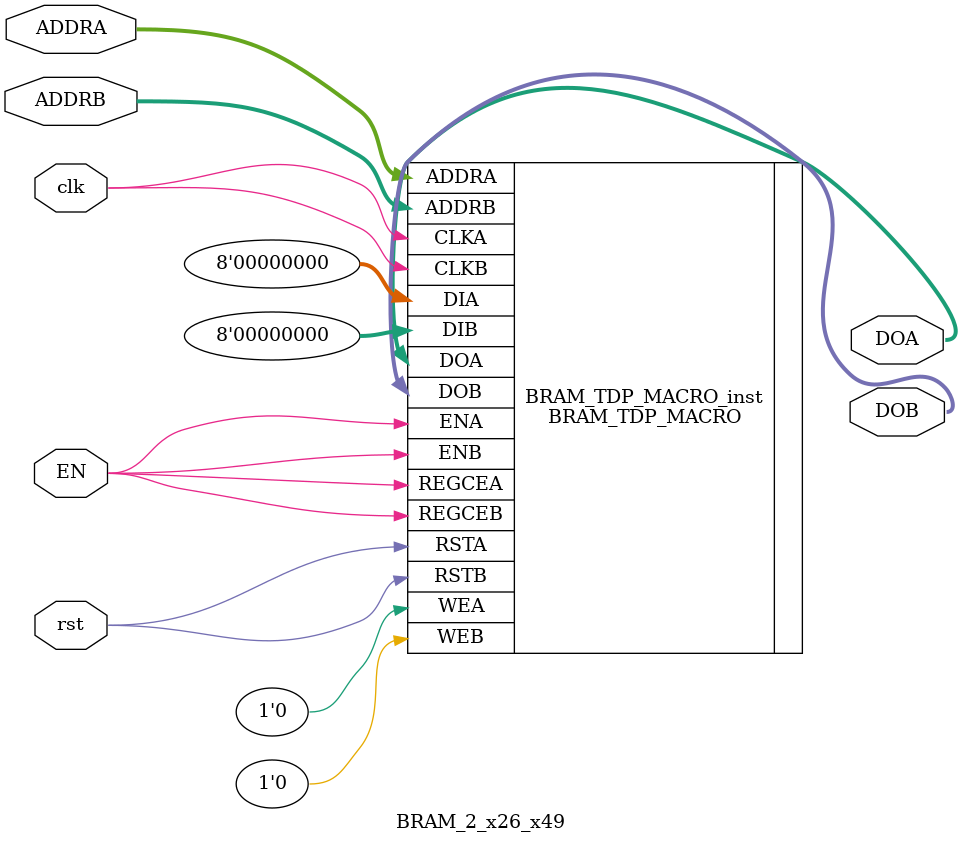
<source format=v>

module BRAM_2_x26_x49(
    input [9:0] ADDRA,
    input [9:0] ADDRB,
    input clk,
    input rst, input EN,
    output [7:0] DOA,
    output [7:0] DOB
    );



// Spartan-6
// Xilinx HDL Libraries Guide, version 14.7
//////////////////////////////////////////////////////////////////////////
// DATA_WIDTH_A/B | BRAM_SIZE | RAM Depth | ADDRA/B Width | WEA/B Width //
// ===============|===========|===========|===============|=============//
// 19-36 | "18Kb" | 512 | 9-bit | 4-bit //
// 10-18 | "18Kb" | 1024 | 10-bit | 2-bit //
// 10-18 | "9Kb" | 512 | 9-bit | 2-bit //
// 5-9 | "18Kb" | 2048 | 11-bit | 1-bit //
// 5-9 | "9Kb" | 1024 | 10-bit | 1-bit //
// 3-4 | "18Kb" | 4096 | 12-bit | 1-bit //
// 3-4 | "9Kb" | 2048 | 11-bit | 1-bit //
// 2 | "18Kb" | 8192 | 13-bit | 1-bit //
// 2 | "9Kb" | 4096 | 12-bit | 1-bit //
// 1 | "18Kb" | 16384 | 14-bit | 1-bit //
// 1 | "9Kb" | 8192 | 12-bit | 1-bit //
//////////////////////////////////////////////////////////////////////////
BRAM_TDP_MACRO #(
	.BRAM_SIZE("9Kb"), // Target BRAM: "9Kb" or "18Kb"
	.DEVICE("SPARTAN6"), // Target device: "VIRTEX5", "VIRTEX6", "SPARTAN6"
	.DOA_REG(1), // Optional port A output register (0 or 1)
	.DOB_REG(1), // Optional port B output register (0 or 1)
	.INIT_A(36'h0123), // Initial values on port A output port
	.INIT_B(36'h3210), // Initial values on port B output port
	.INIT_FILE ("NONE"),
	.READ_WIDTH_A (8), // Valid values are 1-36
	.READ_WIDTH_B (8), // Valid values are 1-36
	.SIM_COLLISION_CHECK ("NONE"), // Collision check enable "ALL", "WARNING_ONLY",
	// "GENERATE_X_ONLY" or "NONE"
	.SRVAL_A(36'h00000000), // Set/Reset value for port A output
	.SRVAL_B(36'h00000000), // Set/Reset value for port B output
	.WRITE_MODE_A("WRITE_FIRST"), // "WRITE_FIRST", "READ_FIRST", or "NO_CHANGE"
	.WRITE_MODE_B("WRITE_FIRST"), // "WRITE_FIRST", "READ_FIRST", or "NO_CHANGE"
	.WRITE_WIDTH_A(8), // Valid values are 1-36
	.WRITE_WIDTH_B(8), // Valid values are 1-36
	
.INIT_00(256'hA2C219493CB99CBB70DCB428D07C0A04543411E30000000055D0150200000000),
.INIT_01(256'h3EEA3EDA8356D6A158BDCB1EBDBC7EDD7E079972D82534C9C1A0CF3C00000000),
.INIT_02(256'h580695FB428B305B69FBDB7912F21A58C1D320A0000000009F687B1E00000000),
.INIT_03(256'h909CE9D5FB8473AEE1DC0B068D26939AC12C8DF2A0BB4358D52070178C6A8365),
.INIT_04(256'hC35554F20BB22D36069EAE0694C688783E56916BEF2DAF6DB4FB5E8300000000),
.INIT_05(256'hB1939D8FBB52682303D2FC1D35CA306D36473BD8F4CB5867C16A655C00000000),
.INIT_06(256'h2D9DA32320CDBBF43987880631379034060462F203D92CF6E1C4C077DEC6B1A9),
.INIT_07(256'h1FFD25F782D9E31A88996140763BC12E30CDF99674B5B8795E793E8B46B826D8),
.INIT_08(256'h5939E2B2C74267408B274FD32B87F1FFAFCFEA18FBFBFBFBAE2BEEF9FBFBFBFB),
.INIT_09(256'hC511C52178AD2D5AA34630E54647852685FC628923DECF323A5B34C7FBFBFBFB),
.INIT_0A(256'hA3FD6E00B970CBA092002082E909E1A33A28DB5BFBFBFBFB649380E5FBFBFBFB),
.INIT_0B(256'h6B67122E007F88551A27F0FD76DD68613AD776095B40B8A32EDB8BEC7791789E),
.INIT_0C(256'h38AEAF09F049D6CDFD6555FD6F3D7383C5AD6A9014D654964F00A578FBFBFBFB),
.INIT_0D(256'h4A68667440A993D8F82907E6CE31CB96CDBCC0230F30A39C3A919EA7FBFBFBFB),
.INIT_0E(256'hD66658D8DB36400FC27C73FDCACC6BCFFDFF9909F822D70D1A3F3B8C253D4A52),
.INIT_0F(256'hE406DE0C792218E173629ABB8DC03AD5CB36026D8F4E4382A582C570BD43DD23),
.INIT_10(256'hFC232B05DAE1D90D08E918089EAD10CC689D1CF7000000004A8974A900000000),
.INIT_11(256'h1102B65446B303190B0DB443C412D3EA4E92D311341FEBC070B178A700000000),
.INIT_12(256'h48B68788E1477E37F636FECF62CC70318BC27B2C00000000245B9EFF00000000),
.INIT_13(256'h60A8F0C9881A7E03BE63361A43F2E7B94FD579FDE63716C772F5D1485CA67389),
.INIT_14(256'h4BF5612E8D59C8F3F9C7F639AECC8409FA3FD70C04BAE658FDB0782B00000000),
.INIT_15(256'hF082AA29FBE1F80DB76E173F0582B6DE7B97BF4D2BBE16837B34C89900000000),
.INIT_16(256'h0F43833E8D17EA9FAD610439331F3BF8D17BC672076A5B360123BE82598AE734),
.INIT_17(256'h2359F07B5CF25213FA2BD3F3B1820FD3E0993156A81404B8B9631FDB577EC6EF),
.INIT_18(256'h07D8D0FE211A22F6F312E3F36556EB379366E70CFBFBFBFBB1728F52FBFBFBFB),
.INIT_19(256'hEAF94DAFBD48F8E2F0F64FB83FE92811B56928EACFE4103B8B4A835CFBFBFBFB),
.INIT_1A(256'hB34D7C731ABC85CC0DCD053499378BCA703980D7FBFBFBFBDFA06504FBFBFBFB),
.INIT_1B(256'h9B530B3273E185F84598CDE1B8091C42B42E82061DCCED3C890E2AB3A75D8872),
.INIT_1C(256'hB00E9AD576A23308023C0DC255377FF201C42CF7FF411DA3064B83D0FBFBFBFB),
.INIT_1D(256'h0B7951D2001A03F64C95ECC4FE794D25806C44B6D045ED7880CF3362FBFBFBFB),
.INIT_1E(256'hF4B878C576EC1164569AFFC2C8E4C0032A803D89FC91A0CDFAD84579A2711CCF),
.INIT_1F(256'hD8A20B80A709A9E801D028084A79F4281B62CAAD53EFFF434298E420AC853D14),



	
	//===============================================================================
	
	.INIT_20(256'h0000000000000000000000000000000000000000000000000000000000000000),
	.INIT_21(256'h0000000000000000000000000000000000000000000000000000000000000000),
	.INIT_22(256'h0000000000000000000000000000000000000000000000000000000000000000),
	.INIT_23(256'h0000000000000000000000000000000000000000000000000000000000000000),
	.INIT_24(256'h0000000000000000000000000000000000000000000000000000000000000000),
	.INIT_25(256'h0000000000000000000000000000000000000000000000000000000000000000),
	.INIT_26(256'h0000000000000000000000000000000000000000000000000000000000000000),
	.INIT_27(256'h0000000000000000000000000000000000000000000000000000000000000000),
	.INIT_28(256'h0000000000000000000000000000000000000000000000000000000000000000),
	.INIT_29(256'h0000000000000000000000000000000000000000000000000000000000000000),
	.INIT_2A(256'h0000000000000000000000000000000000000000000000000000000000000000),
	.INIT_2B(256'h0000000000000000000000000000000000000000000000000000000000000000),
	.INIT_2C(256'h0000000000000000000000000000000000000000000000000000000000000000),
	.INIT_2D(256'h0000000000000000000000000000000000000000000000000000000000000000),
	.INIT_2E(256'h0000000000000000000000000000000000000000000000000000000000000000),
	.INIT_2F(256'h0000000000000000000000000000000000000000000000000000000000000000),
	.INIT_30(256'h0000000000000000000000000000000000000000000000000000000000000000),
	.INIT_31(256'h0000000000000000000000000000000000000000000000000000000000000000),
	.INIT_32(256'h0000000000000000000000000000000000000000000000000000000000000000),
	.INIT_33(256'h0000000000000000000000000000000000000000000000000000000000000000),
	.INIT_34(256'h0000000000000000000000000000000000000000000000000000000000000000),
	.INIT_35(256'h0000000000000000000000000000000000000000000000000000000000000000),
	.INIT_36(256'h0000000000000000000000000000000000000000000000000000000000000000),
	.INIT_37(256'h0000000000000000000000000000000000000000000000000000000000000000),
	.INIT_38(256'h0000000000000000000000000000000000000000000000000000000000000000),
	.INIT_39(256'h0000000000000000000000000000000000000000000000000000000000000000),
	.INIT_3A(256'h0000000000000000000000000000000000000000000000000000000000000000),
	.INIT_3B(256'h0000000000000000000000000000000000000000000000000000000000000000),
	.INIT_3C(256'h0000000000000000000000000000000000000000000000000000000000000000),
	.INIT_3D(256'h0000000000000000000000000000000000000000000000000000000000000000),
	.INIT_3E(256'h0000000000000000000000000000000000000000000000000000000000000000),
	.INIT_3F(256'h0000000000000000000000000000000000000000000000000000000000000000),


	// The next set of INITP_xx are for the parity bits
	.INITP_00(256'h0000000000000000000000000000000000000000000000000000000000000000),
	.INITP_01(256'h0000000000000000000000000000000000000000000000000000000000000000),
	.INITP_02(256'h0000000000000000000000000000000000000000000000000000000000000000),
	.INITP_03(256'h0000000000000000000000000000000000000000000000000000000000000000),
	// The next set of INITP_xx are for "18Kb" configuration only
	.INITP_04(256'h0000000000000000000000000000000000000000000000000000000000000000),
	.INITP_05(256'h0000000000000000000000000000000000000000000000000000000000000000),
	.INITP_06(256'h0000000000000000000000000000000000000000000000000000000000000000),
	.INITP_07(256'h0000000000000000000000000000000000000000000000000000000000000000)
) BRAM_TDP_MACRO_inst (
	.DOA(DOA), // Output port-A data, width defined by READ_WIDTH_A parameter
	.DOB(DOB), // Output port-B data, width defined by READ_WIDTH_B parameter
	.ADDRA(ADDRA), // Input port-A address, width defined by Port A depth
	.ADDRB(ADDRB), // Input port-B address, width defined by Port B depth
	.CLKA(clk), // 1-bit input port-A clock
	.CLKB(clk), // 1-bit input port-B clock
		.DIA(8'h0), // Input port-A data, width defined by WRITE_WIDTH_A parameter
	.DIB(8'h0), // Input port-B data, width defined by WRITE_WIDTH_B parameter
	.ENA(EN), // 1-bit input port-A enable
	.ENB(EN), // 1-bit input port-B enable
	.REGCEA(EN), // 1-bit input port-A output register enable
	.REGCEB(EN), // 1-bit input port-B output register enable
	.RSTA(rst), // 1-bit input port-A reset
	.RSTB(rst), // 1-bit input port-B reset
	.WEA(1'b0), // Input port-A write enable, width defined by Port A depth
	.WEB(1'b0) // Input port-B write enable, width defined by Port B depth
);
// End of BRAM_TDP_MACRO_inst instantiation
endmodule

</source>
